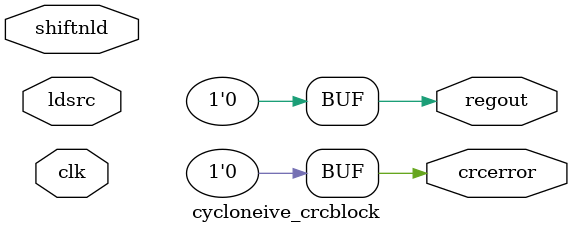
<source format=v>
module  cycloneive_crcblock (
    clk,
    shiftnld,
    ldsrc,
    crcerror,
    regout);
input clk;
input shiftnld;
input ldsrc;
output crcerror;
output regout;
assign crcerror = 1'b0;
assign regout = 1'b0;
parameter oscillator_divider = 1;
parameter lpm_type = "cycloneive_crcblock";
endmodule
</source>
